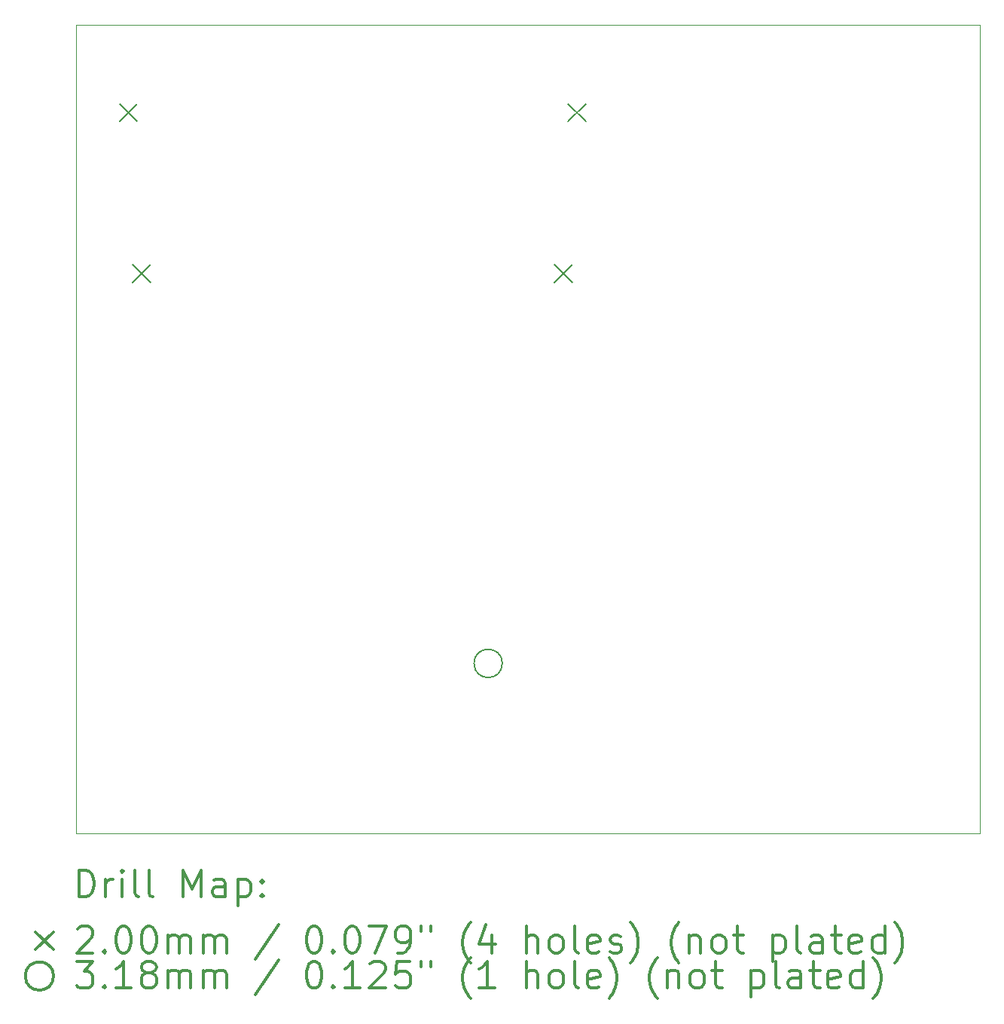
<source format=gbr>
%FSLAX45Y45*%
G04 Gerber Fmt 4.5, Leading zero omitted, Abs format (unit mm)*
G04 Created by KiCad (PCBNEW 5.1.5-52549c5~84~ubuntu18.04.1) date 2020-02-26 10:28:31*
%MOMM*%
%LPD*%
G04 APERTURE LIST*
%TA.AperFunction,Profile*%
%ADD10C,0.100000*%
%TD*%
%ADD11C,0.200000*%
%ADD12C,0.300000*%
G04 APERTURE END LIST*
D10*
X10160000Y9080500D02*
X10160000Y0D01*
X0Y9080500D02*
X10160000Y9080500D01*
X0Y0D02*
X0Y9080500D01*
X10160000Y0D02*
X0Y0D01*
D11*
X491500Y8196000D02*
X691500Y7996000D01*
X691500Y8196000D02*
X491500Y7996000D01*
X641500Y6386000D02*
X841500Y6186000D01*
X841500Y6386000D02*
X641500Y6186000D01*
X5381500Y6386000D02*
X5581500Y6186000D01*
X5581500Y6386000D02*
X5381500Y6186000D01*
X5531500Y8196000D02*
X5731500Y7996000D01*
X5731500Y8196000D02*
X5531500Y7996000D01*
X4794500Y1907000D02*
G75*
G03X4794500Y1907000I-159000J0D01*
G01*
D12*
X36429Y-715714D02*
X36429Y-415714D01*
X107857Y-415714D01*
X150714Y-430000D01*
X179286Y-458571D01*
X193571Y-487143D01*
X207857Y-544286D01*
X207857Y-587143D01*
X193571Y-644286D01*
X179286Y-672857D01*
X150714Y-701428D01*
X107857Y-715714D01*
X36429Y-715714D01*
X336429Y-715714D02*
X336429Y-515714D01*
X336429Y-572857D02*
X350714Y-544286D01*
X365000Y-530000D01*
X393571Y-515714D01*
X422143Y-515714D01*
X522143Y-715714D02*
X522143Y-515714D01*
X522143Y-415714D02*
X507857Y-430000D01*
X522143Y-444286D01*
X536429Y-430000D01*
X522143Y-415714D01*
X522143Y-444286D01*
X707857Y-715714D02*
X679286Y-701428D01*
X665000Y-672857D01*
X665000Y-415714D01*
X865000Y-715714D02*
X836428Y-701428D01*
X822143Y-672857D01*
X822143Y-415714D01*
X1207857Y-715714D02*
X1207857Y-415714D01*
X1307857Y-630000D01*
X1407857Y-415714D01*
X1407857Y-715714D01*
X1679286Y-715714D02*
X1679286Y-558571D01*
X1665000Y-530000D01*
X1636428Y-515714D01*
X1579286Y-515714D01*
X1550714Y-530000D01*
X1679286Y-701428D02*
X1650714Y-715714D01*
X1579286Y-715714D01*
X1550714Y-701428D01*
X1536428Y-672857D01*
X1536428Y-644286D01*
X1550714Y-615714D01*
X1579286Y-601429D01*
X1650714Y-601429D01*
X1679286Y-587143D01*
X1822143Y-515714D02*
X1822143Y-815714D01*
X1822143Y-530000D02*
X1850714Y-515714D01*
X1907857Y-515714D01*
X1936428Y-530000D01*
X1950714Y-544286D01*
X1965000Y-572857D01*
X1965000Y-658571D01*
X1950714Y-687143D01*
X1936428Y-701428D01*
X1907857Y-715714D01*
X1850714Y-715714D01*
X1822143Y-701428D01*
X2093571Y-687143D02*
X2107857Y-701428D01*
X2093571Y-715714D01*
X2079286Y-701428D01*
X2093571Y-687143D01*
X2093571Y-715714D01*
X2093571Y-530000D02*
X2107857Y-544286D01*
X2093571Y-558571D01*
X2079286Y-544286D01*
X2093571Y-530000D01*
X2093571Y-558571D01*
X-450000Y-1110000D02*
X-250000Y-1310000D01*
X-250000Y-1110000D02*
X-450000Y-1310000D01*
X22143Y-1074286D02*
X36429Y-1060000D01*
X65000Y-1045714D01*
X136429Y-1045714D01*
X165000Y-1060000D01*
X179286Y-1074286D01*
X193571Y-1102857D01*
X193571Y-1131429D01*
X179286Y-1174286D01*
X7857Y-1345714D01*
X193571Y-1345714D01*
X322143Y-1317143D02*
X336429Y-1331429D01*
X322143Y-1345714D01*
X307857Y-1331429D01*
X322143Y-1317143D01*
X322143Y-1345714D01*
X522143Y-1045714D02*
X550714Y-1045714D01*
X579286Y-1060000D01*
X593571Y-1074286D01*
X607857Y-1102857D01*
X622143Y-1160000D01*
X622143Y-1231429D01*
X607857Y-1288571D01*
X593571Y-1317143D01*
X579286Y-1331429D01*
X550714Y-1345714D01*
X522143Y-1345714D01*
X493571Y-1331429D01*
X479286Y-1317143D01*
X465000Y-1288571D01*
X450714Y-1231429D01*
X450714Y-1160000D01*
X465000Y-1102857D01*
X479286Y-1074286D01*
X493571Y-1060000D01*
X522143Y-1045714D01*
X807857Y-1045714D02*
X836428Y-1045714D01*
X865000Y-1060000D01*
X879286Y-1074286D01*
X893571Y-1102857D01*
X907857Y-1160000D01*
X907857Y-1231429D01*
X893571Y-1288571D01*
X879286Y-1317143D01*
X865000Y-1331429D01*
X836428Y-1345714D01*
X807857Y-1345714D01*
X779286Y-1331429D01*
X765000Y-1317143D01*
X750714Y-1288571D01*
X736428Y-1231429D01*
X736428Y-1160000D01*
X750714Y-1102857D01*
X765000Y-1074286D01*
X779286Y-1060000D01*
X807857Y-1045714D01*
X1036428Y-1345714D02*
X1036428Y-1145714D01*
X1036428Y-1174286D02*
X1050714Y-1160000D01*
X1079286Y-1145714D01*
X1122143Y-1145714D01*
X1150714Y-1160000D01*
X1165000Y-1188571D01*
X1165000Y-1345714D01*
X1165000Y-1188571D02*
X1179286Y-1160000D01*
X1207857Y-1145714D01*
X1250714Y-1145714D01*
X1279286Y-1160000D01*
X1293571Y-1188571D01*
X1293571Y-1345714D01*
X1436428Y-1345714D02*
X1436428Y-1145714D01*
X1436428Y-1174286D02*
X1450714Y-1160000D01*
X1479286Y-1145714D01*
X1522143Y-1145714D01*
X1550714Y-1160000D01*
X1565000Y-1188571D01*
X1565000Y-1345714D01*
X1565000Y-1188571D02*
X1579286Y-1160000D01*
X1607857Y-1145714D01*
X1650714Y-1145714D01*
X1679286Y-1160000D01*
X1693571Y-1188571D01*
X1693571Y-1345714D01*
X2279286Y-1031428D02*
X2022143Y-1417143D01*
X2665000Y-1045714D02*
X2693571Y-1045714D01*
X2722143Y-1060000D01*
X2736429Y-1074286D01*
X2750714Y-1102857D01*
X2765000Y-1160000D01*
X2765000Y-1231429D01*
X2750714Y-1288571D01*
X2736429Y-1317143D01*
X2722143Y-1331429D01*
X2693571Y-1345714D01*
X2665000Y-1345714D01*
X2636429Y-1331429D01*
X2622143Y-1317143D01*
X2607857Y-1288571D01*
X2593571Y-1231429D01*
X2593571Y-1160000D01*
X2607857Y-1102857D01*
X2622143Y-1074286D01*
X2636429Y-1060000D01*
X2665000Y-1045714D01*
X2893571Y-1317143D02*
X2907857Y-1331429D01*
X2893571Y-1345714D01*
X2879286Y-1331429D01*
X2893571Y-1317143D01*
X2893571Y-1345714D01*
X3093571Y-1045714D02*
X3122143Y-1045714D01*
X3150714Y-1060000D01*
X3165000Y-1074286D01*
X3179286Y-1102857D01*
X3193571Y-1160000D01*
X3193571Y-1231429D01*
X3179286Y-1288571D01*
X3165000Y-1317143D01*
X3150714Y-1331429D01*
X3122143Y-1345714D01*
X3093571Y-1345714D01*
X3065000Y-1331429D01*
X3050714Y-1317143D01*
X3036428Y-1288571D01*
X3022143Y-1231429D01*
X3022143Y-1160000D01*
X3036428Y-1102857D01*
X3050714Y-1074286D01*
X3065000Y-1060000D01*
X3093571Y-1045714D01*
X3293571Y-1045714D02*
X3493571Y-1045714D01*
X3365000Y-1345714D01*
X3622143Y-1345714D02*
X3679286Y-1345714D01*
X3707857Y-1331429D01*
X3722143Y-1317143D01*
X3750714Y-1274286D01*
X3765000Y-1217143D01*
X3765000Y-1102857D01*
X3750714Y-1074286D01*
X3736428Y-1060000D01*
X3707857Y-1045714D01*
X3650714Y-1045714D01*
X3622143Y-1060000D01*
X3607857Y-1074286D01*
X3593571Y-1102857D01*
X3593571Y-1174286D01*
X3607857Y-1202857D01*
X3622143Y-1217143D01*
X3650714Y-1231429D01*
X3707857Y-1231429D01*
X3736428Y-1217143D01*
X3750714Y-1202857D01*
X3765000Y-1174286D01*
X3879286Y-1045714D02*
X3879286Y-1102857D01*
X3993571Y-1045714D02*
X3993571Y-1102857D01*
X4436429Y-1460000D02*
X4422143Y-1445714D01*
X4393571Y-1402857D01*
X4379286Y-1374286D01*
X4365000Y-1331429D01*
X4350714Y-1260000D01*
X4350714Y-1202857D01*
X4365000Y-1131429D01*
X4379286Y-1088571D01*
X4393571Y-1060000D01*
X4422143Y-1017143D01*
X4436429Y-1002857D01*
X4679286Y-1145714D02*
X4679286Y-1345714D01*
X4607857Y-1031428D02*
X4536429Y-1245714D01*
X4722143Y-1245714D01*
X5065000Y-1345714D02*
X5065000Y-1045714D01*
X5193571Y-1345714D02*
X5193571Y-1188571D01*
X5179286Y-1160000D01*
X5150714Y-1145714D01*
X5107857Y-1145714D01*
X5079286Y-1160000D01*
X5065000Y-1174286D01*
X5379286Y-1345714D02*
X5350714Y-1331429D01*
X5336429Y-1317143D01*
X5322143Y-1288571D01*
X5322143Y-1202857D01*
X5336429Y-1174286D01*
X5350714Y-1160000D01*
X5379286Y-1145714D01*
X5422143Y-1145714D01*
X5450714Y-1160000D01*
X5465000Y-1174286D01*
X5479286Y-1202857D01*
X5479286Y-1288571D01*
X5465000Y-1317143D01*
X5450714Y-1331429D01*
X5422143Y-1345714D01*
X5379286Y-1345714D01*
X5650714Y-1345714D02*
X5622143Y-1331429D01*
X5607857Y-1302857D01*
X5607857Y-1045714D01*
X5879286Y-1331429D02*
X5850714Y-1345714D01*
X5793571Y-1345714D01*
X5765000Y-1331429D01*
X5750714Y-1302857D01*
X5750714Y-1188571D01*
X5765000Y-1160000D01*
X5793571Y-1145714D01*
X5850714Y-1145714D01*
X5879286Y-1160000D01*
X5893571Y-1188571D01*
X5893571Y-1217143D01*
X5750714Y-1245714D01*
X6007857Y-1331429D02*
X6036428Y-1345714D01*
X6093571Y-1345714D01*
X6122143Y-1331429D01*
X6136428Y-1302857D01*
X6136428Y-1288571D01*
X6122143Y-1260000D01*
X6093571Y-1245714D01*
X6050714Y-1245714D01*
X6022143Y-1231429D01*
X6007857Y-1202857D01*
X6007857Y-1188571D01*
X6022143Y-1160000D01*
X6050714Y-1145714D01*
X6093571Y-1145714D01*
X6122143Y-1160000D01*
X6236428Y-1460000D02*
X6250714Y-1445714D01*
X6279286Y-1402857D01*
X6293571Y-1374286D01*
X6307857Y-1331429D01*
X6322143Y-1260000D01*
X6322143Y-1202857D01*
X6307857Y-1131429D01*
X6293571Y-1088571D01*
X6279286Y-1060000D01*
X6250714Y-1017143D01*
X6236428Y-1002857D01*
X6779286Y-1460000D02*
X6765000Y-1445714D01*
X6736428Y-1402857D01*
X6722143Y-1374286D01*
X6707857Y-1331429D01*
X6693571Y-1260000D01*
X6693571Y-1202857D01*
X6707857Y-1131429D01*
X6722143Y-1088571D01*
X6736428Y-1060000D01*
X6765000Y-1017143D01*
X6779286Y-1002857D01*
X6893571Y-1145714D02*
X6893571Y-1345714D01*
X6893571Y-1174286D02*
X6907857Y-1160000D01*
X6936428Y-1145714D01*
X6979286Y-1145714D01*
X7007857Y-1160000D01*
X7022143Y-1188571D01*
X7022143Y-1345714D01*
X7207857Y-1345714D02*
X7179286Y-1331429D01*
X7165000Y-1317143D01*
X7150714Y-1288571D01*
X7150714Y-1202857D01*
X7165000Y-1174286D01*
X7179286Y-1160000D01*
X7207857Y-1145714D01*
X7250714Y-1145714D01*
X7279286Y-1160000D01*
X7293571Y-1174286D01*
X7307857Y-1202857D01*
X7307857Y-1288571D01*
X7293571Y-1317143D01*
X7279286Y-1331429D01*
X7250714Y-1345714D01*
X7207857Y-1345714D01*
X7393571Y-1145714D02*
X7507857Y-1145714D01*
X7436428Y-1045714D02*
X7436428Y-1302857D01*
X7450714Y-1331429D01*
X7479286Y-1345714D01*
X7507857Y-1345714D01*
X7836428Y-1145714D02*
X7836428Y-1445714D01*
X7836428Y-1160000D02*
X7865000Y-1145714D01*
X7922143Y-1145714D01*
X7950714Y-1160000D01*
X7965000Y-1174286D01*
X7979286Y-1202857D01*
X7979286Y-1288571D01*
X7965000Y-1317143D01*
X7950714Y-1331429D01*
X7922143Y-1345714D01*
X7865000Y-1345714D01*
X7836428Y-1331429D01*
X8150714Y-1345714D02*
X8122143Y-1331429D01*
X8107857Y-1302857D01*
X8107857Y-1045714D01*
X8393571Y-1345714D02*
X8393571Y-1188571D01*
X8379286Y-1160000D01*
X8350714Y-1145714D01*
X8293571Y-1145714D01*
X8265000Y-1160000D01*
X8393571Y-1331429D02*
X8365000Y-1345714D01*
X8293571Y-1345714D01*
X8265000Y-1331429D01*
X8250714Y-1302857D01*
X8250714Y-1274286D01*
X8265000Y-1245714D01*
X8293571Y-1231429D01*
X8365000Y-1231429D01*
X8393571Y-1217143D01*
X8493571Y-1145714D02*
X8607857Y-1145714D01*
X8536429Y-1045714D02*
X8536429Y-1302857D01*
X8550714Y-1331429D01*
X8579286Y-1345714D01*
X8607857Y-1345714D01*
X8822143Y-1331429D02*
X8793571Y-1345714D01*
X8736429Y-1345714D01*
X8707857Y-1331429D01*
X8693571Y-1302857D01*
X8693571Y-1188571D01*
X8707857Y-1160000D01*
X8736429Y-1145714D01*
X8793571Y-1145714D01*
X8822143Y-1160000D01*
X8836429Y-1188571D01*
X8836429Y-1217143D01*
X8693571Y-1245714D01*
X9093571Y-1345714D02*
X9093571Y-1045714D01*
X9093571Y-1331429D02*
X9065000Y-1345714D01*
X9007857Y-1345714D01*
X8979286Y-1331429D01*
X8965000Y-1317143D01*
X8950714Y-1288571D01*
X8950714Y-1202857D01*
X8965000Y-1174286D01*
X8979286Y-1160000D01*
X9007857Y-1145714D01*
X9065000Y-1145714D01*
X9093571Y-1160000D01*
X9207857Y-1460000D02*
X9222143Y-1445714D01*
X9250714Y-1402857D01*
X9265000Y-1374286D01*
X9279286Y-1331429D01*
X9293571Y-1260000D01*
X9293571Y-1202857D01*
X9279286Y-1131429D01*
X9265000Y-1088571D01*
X9250714Y-1060000D01*
X9222143Y-1017143D01*
X9207857Y-1002857D01*
X-250000Y-1606000D02*
G75*
G03X-250000Y-1606000I-159000J0D01*
G01*
X7857Y-1441714D02*
X193571Y-1441714D01*
X93571Y-1556000D01*
X136429Y-1556000D01*
X165000Y-1570286D01*
X179286Y-1584571D01*
X193571Y-1613143D01*
X193571Y-1684571D01*
X179286Y-1713143D01*
X165000Y-1727428D01*
X136429Y-1741714D01*
X50714Y-1741714D01*
X22143Y-1727428D01*
X7857Y-1713143D01*
X322143Y-1713143D02*
X336429Y-1727428D01*
X322143Y-1741714D01*
X307857Y-1727428D01*
X322143Y-1713143D01*
X322143Y-1741714D01*
X622143Y-1741714D02*
X450714Y-1741714D01*
X536429Y-1741714D02*
X536429Y-1441714D01*
X507857Y-1484571D01*
X479286Y-1513143D01*
X450714Y-1527428D01*
X793571Y-1570286D02*
X765000Y-1556000D01*
X750714Y-1541714D01*
X736428Y-1513143D01*
X736428Y-1498857D01*
X750714Y-1470286D01*
X765000Y-1456000D01*
X793571Y-1441714D01*
X850714Y-1441714D01*
X879286Y-1456000D01*
X893571Y-1470286D01*
X907857Y-1498857D01*
X907857Y-1513143D01*
X893571Y-1541714D01*
X879286Y-1556000D01*
X850714Y-1570286D01*
X793571Y-1570286D01*
X765000Y-1584571D01*
X750714Y-1598857D01*
X736428Y-1627428D01*
X736428Y-1684571D01*
X750714Y-1713143D01*
X765000Y-1727428D01*
X793571Y-1741714D01*
X850714Y-1741714D01*
X879286Y-1727428D01*
X893571Y-1713143D01*
X907857Y-1684571D01*
X907857Y-1627428D01*
X893571Y-1598857D01*
X879286Y-1584571D01*
X850714Y-1570286D01*
X1036428Y-1741714D02*
X1036428Y-1541714D01*
X1036428Y-1570286D02*
X1050714Y-1556000D01*
X1079286Y-1541714D01*
X1122143Y-1541714D01*
X1150714Y-1556000D01*
X1165000Y-1584571D01*
X1165000Y-1741714D01*
X1165000Y-1584571D02*
X1179286Y-1556000D01*
X1207857Y-1541714D01*
X1250714Y-1541714D01*
X1279286Y-1556000D01*
X1293571Y-1584571D01*
X1293571Y-1741714D01*
X1436428Y-1741714D02*
X1436428Y-1541714D01*
X1436428Y-1570286D02*
X1450714Y-1556000D01*
X1479286Y-1541714D01*
X1522143Y-1541714D01*
X1550714Y-1556000D01*
X1565000Y-1584571D01*
X1565000Y-1741714D01*
X1565000Y-1584571D02*
X1579286Y-1556000D01*
X1607857Y-1541714D01*
X1650714Y-1541714D01*
X1679286Y-1556000D01*
X1693571Y-1584571D01*
X1693571Y-1741714D01*
X2279286Y-1427428D02*
X2022143Y-1813143D01*
X2665000Y-1441714D02*
X2693571Y-1441714D01*
X2722143Y-1456000D01*
X2736429Y-1470286D01*
X2750714Y-1498857D01*
X2765000Y-1556000D01*
X2765000Y-1627428D01*
X2750714Y-1684571D01*
X2736429Y-1713143D01*
X2722143Y-1727428D01*
X2693571Y-1741714D01*
X2665000Y-1741714D01*
X2636429Y-1727428D01*
X2622143Y-1713143D01*
X2607857Y-1684571D01*
X2593571Y-1627428D01*
X2593571Y-1556000D01*
X2607857Y-1498857D01*
X2622143Y-1470286D01*
X2636429Y-1456000D01*
X2665000Y-1441714D01*
X2893571Y-1713143D02*
X2907857Y-1727428D01*
X2893571Y-1741714D01*
X2879286Y-1727428D01*
X2893571Y-1713143D01*
X2893571Y-1741714D01*
X3193571Y-1741714D02*
X3022143Y-1741714D01*
X3107857Y-1741714D02*
X3107857Y-1441714D01*
X3079286Y-1484571D01*
X3050714Y-1513143D01*
X3022143Y-1527428D01*
X3307857Y-1470286D02*
X3322143Y-1456000D01*
X3350714Y-1441714D01*
X3422143Y-1441714D01*
X3450714Y-1456000D01*
X3465000Y-1470286D01*
X3479286Y-1498857D01*
X3479286Y-1527428D01*
X3465000Y-1570286D01*
X3293571Y-1741714D01*
X3479286Y-1741714D01*
X3750714Y-1441714D02*
X3607857Y-1441714D01*
X3593571Y-1584571D01*
X3607857Y-1570286D01*
X3636428Y-1556000D01*
X3707857Y-1556000D01*
X3736428Y-1570286D01*
X3750714Y-1584571D01*
X3765000Y-1613143D01*
X3765000Y-1684571D01*
X3750714Y-1713143D01*
X3736428Y-1727428D01*
X3707857Y-1741714D01*
X3636428Y-1741714D01*
X3607857Y-1727428D01*
X3593571Y-1713143D01*
X3879286Y-1441714D02*
X3879286Y-1498857D01*
X3993571Y-1441714D02*
X3993571Y-1498857D01*
X4436429Y-1856000D02*
X4422143Y-1841714D01*
X4393571Y-1798857D01*
X4379286Y-1770286D01*
X4365000Y-1727428D01*
X4350714Y-1656000D01*
X4350714Y-1598857D01*
X4365000Y-1527428D01*
X4379286Y-1484571D01*
X4393571Y-1456000D01*
X4422143Y-1413143D01*
X4436429Y-1398857D01*
X4707857Y-1741714D02*
X4536429Y-1741714D01*
X4622143Y-1741714D02*
X4622143Y-1441714D01*
X4593571Y-1484571D01*
X4565000Y-1513143D01*
X4536429Y-1527428D01*
X5065000Y-1741714D02*
X5065000Y-1441714D01*
X5193571Y-1741714D02*
X5193571Y-1584571D01*
X5179286Y-1556000D01*
X5150714Y-1541714D01*
X5107857Y-1541714D01*
X5079286Y-1556000D01*
X5065000Y-1570286D01*
X5379286Y-1741714D02*
X5350714Y-1727428D01*
X5336429Y-1713143D01*
X5322143Y-1684571D01*
X5322143Y-1598857D01*
X5336429Y-1570286D01*
X5350714Y-1556000D01*
X5379286Y-1541714D01*
X5422143Y-1541714D01*
X5450714Y-1556000D01*
X5465000Y-1570286D01*
X5479286Y-1598857D01*
X5479286Y-1684571D01*
X5465000Y-1713143D01*
X5450714Y-1727428D01*
X5422143Y-1741714D01*
X5379286Y-1741714D01*
X5650714Y-1741714D02*
X5622143Y-1727428D01*
X5607857Y-1698857D01*
X5607857Y-1441714D01*
X5879286Y-1727428D02*
X5850714Y-1741714D01*
X5793571Y-1741714D01*
X5765000Y-1727428D01*
X5750714Y-1698857D01*
X5750714Y-1584571D01*
X5765000Y-1556000D01*
X5793571Y-1541714D01*
X5850714Y-1541714D01*
X5879286Y-1556000D01*
X5893571Y-1584571D01*
X5893571Y-1613143D01*
X5750714Y-1641714D01*
X5993571Y-1856000D02*
X6007857Y-1841714D01*
X6036428Y-1798857D01*
X6050714Y-1770286D01*
X6065000Y-1727428D01*
X6079286Y-1656000D01*
X6079286Y-1598857D01*
X6065000Y-1527428D01*
X6050714Y-1484571D01*
X6036428Y-1456000D01*
X6007857Y-1413143D01*
X5993571Y-1398857D01*
X6536428Y-1856000D02*
X6522143Y-1841714D01*
X6493571Y-1798857D01*
X6479286Y-1770286D01*
X6465000Y-1727428D01*
X6450714Y-1656000D01*
X6450714Y-1598857D01*
X6465000Y-1527428D01*
X6479286Y-1484571D01*
X6493571Y-1456000D01*
X6522143Y-1413143D01*
X6536428Y-1398857D01*
X6650714Y-1541714D02*
X6650714Y-1741714D01*
X6650714Y-1570286D02*
X6665000Y-1556000D01*
X6693571Y-1541714D01*
X6736428Y-1541714D01*
X6765000Y-1556000D01*
X6779286Y-1584571D01*
X6779286Y-1741714D01*
X6965000Y-1741714D02*
X6936428Y-1727428D01*
X6922143Y-1713143D01*
X6907857Y-1684571D01*
X6907857Y-1598857D01*
X6922143Y-1570286D01*
X6936428Y-1556000D01*
X6965000Y-1541714D01*
X7007857Y-1541714D01*
X7036428Y-1556000D01*
X7050714Y-1570286D01*
X7065000Y-1598857D01*
X7065000Y-1684571D01*
X7050714Y-1713143D01*
X7036428Y-1727428D01*
X7007857Y-1741714D01*
X6965000Y-1741714D01*
X7150714Y-1541714D02*
X7265000Y-1541714D01*
X7193571Y-1441714D02*
X7193571Y-1698857D01*
X7207857Y-1727428D01*
X7236428Y-1741714D01*
X7265000Y-1741714D01*
X7593571Y-1541714D02*
X7593571Y-1841714D01*
X7593571Y-1556000D02*
X7622143Y-1541714D01*
X7679286Y-1541714D01*
X7707857Y-1556000D01*
X7722143Y-1570286D01*
X7736428Y-1598857D01*
X7736428Y-1684571D01*
X7722143Y-1713143D01*
X7707857Y-1727428D01*
X7679286Y-1741714D01*
X7622143Y-1741714D01*
X7593571Y-1727428D01*
X7907857Y-1741714D02*
X7879286Y-1727428D01*
X7865000Y-1698857D01*
X7865000Y-1441714D01*
X8150714Y-1741714D02*
X8150714Y-1584571D01*
X8136428Y-1556000D01*
X8107857Y-1541714D01*
X8050714Y-1541714D01*
X8022143Y-1556000D01*
X8150714Y-1727428D02*
X8122143Y-1741714D01*
X8050714Y-1741714D01*
X8022143Y-1727428D01*
X8007857Y-1698857D01*
X8007857Y-1670286D01*
X8022143Y-1641714D01*
X8050714Y-1627428D01*
X8122143Y-1627428D01*
X8150714Y-1613143D01*
X8250714Y-1541714D02*
X8365000Y-1541714D01*
X8293571Y-1441714D02*
X8293571Y-1698857D01*
X8307857Y-1727428D01*
X8336428Y-1741714D01*
X8365000Y-1741714D01*
X8579286Y-1727428D02*
X8550714Y-1741714D01*
X8493571Y-1741714D01*
X8465000Y-1727428D01*
X8450714Y-1698857D01*
X8450714Y-1584571D01*
X8465000Y-1556000D01*
X8493571Y-1541714D01*
X8550714Y-1541714D01*
X8579286Y-1556000D01*
X8593571Y-1584571D01*
X8593571Y-1613143D01*
X8450714Y-1641714D01*
X8850714Y-1741714D02*
X8850714Y-1441714D01*
X8850714Y-1727428D02*
X8822143Y-1741714D01*
X8765000Y-1741714D01*
X8736429Y-1727428D01*
X8722143Y-1713143D01*
X8707857Y-1684571D01*
X8707857Y-1598857D01*
X8722143Y-1570286D01*
X8736429Y-1556000D01*
X8765000Y-1541714D01*
X8822143Y-1541714D01*
X8850714Y-1556000D01*
X8965000Y-1856000D02*
X8979286Y-1841714D01*
X9007857Y-1798857D01*
X9022143Y-1770286D01*
X9036429Y-1727428D01*
X9050714Y-1656000D01*
X9050714Y-1598857D01*
X9036429Y-1527428D01*
X9022143Y-1484571D01*
X9007857Y-1456000D01*
X8979286Y-1413143D01*
X8965000Y-1398857D01*
M02*

</source>
